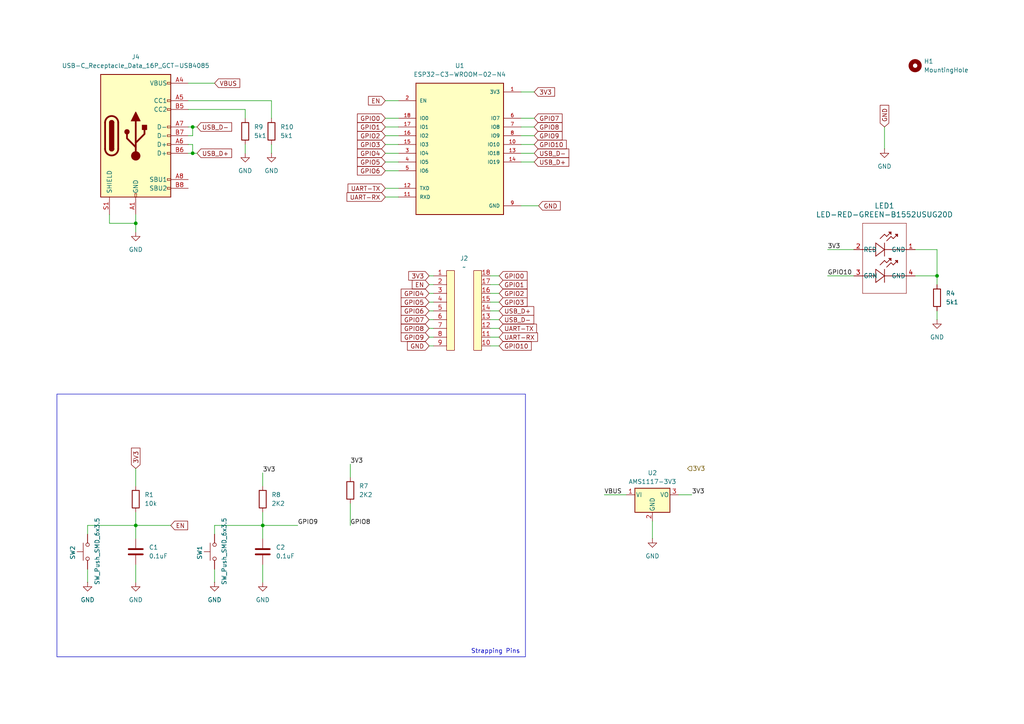
<source format=kicad_sch>
(kicad_sch (version 20250114) (generator "eeschema") (generator_version "9.0")
  (paper "A4")
  (lib_symbols
    (symbol "Alexander Symbol Library:ESP32-C3-WROOM-02-N4" (pin_names (offset 1.016))
      (property "Reference" "U" (at -12.7 21.082 0))
      (property "Value" "ESP32-C3-WROOM-02-N4" (at -13.208 -19.05 0))
      (symbol "ESP32-C3-WROOM-02-N4_0_0"
        (rectangle (start -12.7 20.32) (end 12.7 -17.78) (stroke (width 0.254)) (fill (type background)))
        (pin input line (at -17.78 15.24 0) (length 5.08) (name "EN") (number "2"))
        (pin bidirectional line (at -17.78 10.16 0) (length 5.08) (name "IO0") (number "18"))
        (pin bidirectional line (at -17.78 7.62 0) (length 5.08) (name "IO1") (number "17"))
        (pin bidirectional line (at -17.78 5.08 0) (length 5.08) (name "IO2") (number "16"))
        (pin bidirectional line (at -17.78 2.54 0) (length 5.08) (name "IO3") (number "15"))
        (pin bidirectional line (at -17.78 0 0) (length 5.08) (name "IO4") (number "3"))
        (pin bidirectional line (at -17.78 -2.54 0) (length 5.08) (name "IO5") (number "4"))
        (pin bidirectional line (at -17.78 -5.08 0) (length 5.08) (name "IO6") (number "5"))
        (pin bidirectional line (at -17.78 -10.16 0) (length 5.08) (name "TXD") (number "12"))
        (pin bidirectional line (at -17.78 -12.7 0) (length 5.08) (name "RXD") (number "11"))
        (pin power_in line (at 17.78 17.78 180) (length 5.08) (name "3V3") (number "1"))
        (pin bidirectional line (at 17.78 10.16 180) (length 5.08) (name "IO7") (number "6"))
        (pin bidirectional line (at 17.78 7.62 180) (length 5.08) (name "IO8") (number "7"))
        (pin bidirectional line (at 17.78 5.08 180) (length 5.08) (name "IO9") (number "8"))
        (pin bidirectional line (at 17.78 2.54 180) (length 5.08) (name "IO10") (number "10"))
        (pin bidirectional line (at 17.78 0 180) (length 5.08) (name "IO18") (number "13"))
        (pin bidirectional line (at 17.78 -2.54 180) (length 5.08) (name "IO19") (number "14"))
        (pin power_in line (at 17.78 -15.24 180) (length 5.08) (hide yes) (name "GND__1") (number "19"))
        (pin power_in line (at 17.78 -15.24 180) (length 5.08) (hide yes) (name "GND__2") (number "20"))
        (pin power_in line (at 17.78 -15.24 180) (length 5.08) (hide yes) (name "GND__3") (number "21"))
        (pin power_in line (at 17.78 -15.24 180) (length 5.08) (hide yes) (name "GND__4") (number "22"))
        (pin power_in line (at 17.78 -15.24 180) (length 5.08) (hide yes) (name "GND__5") (number "23"))
        (pin power_in line (at 17.78 -15.24 180) (length 5.08) (hide yes) (name "GND__6") (number "24"))
        (pin power_in line (at 17.78 -15.24 180) (length 5.08) (hide yes) (name "GND__7") (number "25"))
        (pin power_in line (at 17.78 -15.24 180) (length 5.08) (hide yes) (name "GND__8") (number "26"))
        (pin power_in line (at 17.78 -15.24 180) (length 5.08) (hide yes) (name "GND__9") (number "27"))
        (pin power_in line (at 17.78 -15.24 180) (length 5.08) (hide yes) (name "GND__10") (number "28"))
        (pin power_in line (at 17.78 -15.24 180) (length 5.08) (hide yes) (name "GND__11") (number "29"))
        (pin power_in line (at 17.78 -15.24 180) (length 5.08) (hide yes) (name "GND__12") (number "30"))
        (pin power_in line (at 17.78 -15.24 180) (length 5.08) (hide yes) (name "GND__13") (number "31"))
        (pin power_in line (at 17.78 -15.24 180) (length 5.08) (hide yes) (name "GND__14") (number "32"))
        (pin power_in line (at 17.78 -15.24 180) (length 5.08) (hide yes) (name "GND__15") (number "33"))
        (pin power_in line (at 17.78 -15.24 180) (length 5.08) (hide yes) (name "GND__16") (number "34"))
        (pin power_in line (at 17.78 -15.24 180) (length 5.08) (hide yes) (name "GND__17") (number "35"))
        (pin power_in line (at 17.78 -15.24 180) (length 5.08) (hide yes) (name "GND__18") (number "36"))
        (pin power_in line (at 17.78 -15.24 180) (length 5.08) (hide yes) (name "GND__19") (number "37"))
        (pin power_in line (at 17.78 -15.24 180) (length 5.08) (hide yes) (name "GND__20") (number "38"))
        (pin power_in line (at 17.78 -15.24 180) (length 5.08) (hide yes) (name "GND__21") (number "39"))
        (pin power_in line (at 17.78 -15.24 180) (length 5.08) (name "GND") (number "9"))
      )
    )
    (symbol "Alexander Symbol Library:USB-C_Receptacle_Data_16P_GCT-USB4085" (pin_names (offset 1.016))
      (property "Reference" "J" (at 0 22.225 0))
      (property "Value" "USB-C_Receptacle_Data_16P_GCT-USB4085" (at 0 19.685 0))
      (symbol "USB-C_Receptacle_Data_16P_GCT-USB4085_0_0"
        (rectangle (start -0.254 -17.78) (end 0.254 -16.764))
        (rectangle (start 10.16 15.494) (end 9.144 14.986))
        (rectangle (start 10.16 10.414) (end 9.144 9.906))
        (rectangle (start 10.16 7.874) (end 9.144 7.366))
        (rectangle (start 10.16 2.794) (end 9.144 2.286))
        (rectangle (start 10.16 0.254) (end 9.144 -0.254))
        (rectangle (start 10.16 -2.286) (end 9.144 -2.794))
        (rectangle (start 10.16 -4.826) (end 9.144 -5.334))
        (rectangle (start 10.16 -12.446) (end 9.144 -12.954))
        (rectangle (start 10.16 -14.986) (end 9.144 -15.494))
      )
      (symbol "USB-C_Receptacle_Data_16P_GCT-USB4085_0_1"
        (rectangle (start -10.16 17.78) (end 10.16 -17.78) (stroke (width 0.254)) (fill (type background)))
        (polyline (pts (xy -8.89 -3.81) (xy -8.89 3.81)) (stroke (width 0.508)))
        (rectangle (start -7.62 -3.81) (end -6.35 3.81) (stroke (width 0.254)) (fill (type outline)))
        (arc (start -7.62 3.81) (mid -6.985 4.4423) (end -6.35 3.81) (stroke (width 0.254)))
        (arc (start -7.62 3.81) (mid -6.985 4.4423) (end -6.35 3.81) (stroke (width 0.254)) (fill (type outline)))
        (arc (start -8.89 3.81) (mid -6.985 5.7067) (end -5.08 3.81) (stroke (width 0.508)))
        (arc (start -5.08 -3.81) (mid -6.985 -5.7067) (end -8.89 -3.81) (stroke (width 0.508)))
        (arc (start -6.35 -3.81) (mid -6.985 -4.4423) (end -7.62 -3.81) (stroke (width 0.254)))
        (arc (start -6.35 -3.81) (mid -6.985 -4.4423) (end -7.62 -3.81) (stroke (width 0.254)) (fill (type outline)))
        (polyline (pts (xy -5.08 3.81) (xy -5.08 -3.81)) (stroke (width 0.508)))
        (circle (center -2.54 1.143) (radius 0.635) (stroke (width 0.254)) (fill (type outline)))
        (polyline (pts (xy -1.27 4.318) (xy 0 6.858) (xy 1.27 4.318) (xy -1.27 4.318)) (stroke (width 0.254)) (fill (type outline)))
        (polyline (pts (xy 0 -2.032) (xy 2.54 0.508) (xy 2.54 1.778)) (stroke (width 0.508)))
        (polyline (pts (xy 0 -3.302) (xy -2.54 -0.762) (xy -2.54 0.508)) (stroke (width 0.508)))
        (polyline (pts (xy 0 -5.842) (xy 0 4.318)) (stroke (width 0.508)))
        (circle (center 0 -5.842) (radius 1.27) (fill (type outline)))
        (rectangle (start 1.905 1.778) (end 3.175 3.048) (stroke (width 0.254)) (fill (type outline)))
      )
      (symbol "USB-C_Receptacle_Data_16P_GCT-USB4085_1_1"
        (pin power_in line (at -7.62 -22.86 90) (length 5.08) (name "SHIELD") (number "S1"))
        (pin power_in line (at -7.62 -22.86 90) (length 5.08) (hide yes) (name "SHIELD") (number "S2"))
        (pin power_in line (at -7.62 -22.86 90) (length 5.08) (hide yes) (name "SHIELD") (number "S3"))
        (pin power_in line (at -7.62 -22.86 90) (length 5.08) (hide yes) (name "SHIELD") (number "S4"))
        (pin power_in line (at 0 -22.86 90) (length 5.08) (name "GND") (number "A1"))
        (pin power_in line (at 0 -22.86 90) (length 5.08) (hide yes) (name "GND") (number "A12"))
        (pin power_in line (at 0 -22.86 90) (length 5.08) (hide yes) (name "GND") (number "B1"))
        (pin power_in line (at 0 -22.86 90) (length 5.08) (hide yes) (name "GND") (number "B12"))
        (pin power_out line (at 15.24 15.24 180) (length 5.08) (name "VBUS") (number "A4"))
        (pin power_out line (at 15.24 15.24 180) (length 5.08) (hide yes) (name "VBUS") (number "A9"))
        (pin power_out line (at 15.24 15.24 180) (length 5.08) (hide yes) (name "VBUS") (number "B4"))
        (pin passive line (at 15.24 15.24 180) (length 5.08) (hide yes) (name "VBUS") (number "B9"))
        (pin bidirectional line (at 15.24 10.16 180) (length 5.08) (name "CC1") (number "A5"))
        (pin bidirectional line (at 15.24 7.62 180) (length 5.08) (name "CC2") (number "B5"))
        (pin bidirectional line (at 15.24 2.54 180) (length 5.08) (name "D-") (number "A7"))
        (pin bidirectional line (at 15.24 0 180) (length 5.08) (name "D-") (number "B7"))
        (pin bidirectional line (at 15.24 -2.54 180) (length 5.08) (name "D+") (number "A6"))
        (pin bidirectional line (at 15.24 -5.08 180) (length 5.08) (name "D+") (number "B6"))
        (pin bidirectional line (at 15.24 -12.7 180) (length 5.08) (name "SBU1") (number "A8"))
        (pin bidirectional line (at 15.24 -15.24 180) (length 5.08) (name "SBU2") (number "B8"))
      )
    )
    (symbol "Alexander_Library_Symbols:Conn_ESP32-C3-02x09"
      (property "Reference" "J" (at 0 0 0))
      (symbol "Conn_ESP32-C3-02x09_0_1"
        (rectangle (start -5.08 -2.286) (end -2.794 -25.4) (fill (type background)))
        (rectangle (start 2.794 -2.286) (end 5.08 -25.4) (fill (type background)))
      )
      (symbol "Conn_ESP32-C3-02x09_1_0"
        (pin bidirectional line (at 7.62 -3.81 180) (length 2.54) (name "") (number "18"))
        (pin bidirectional line (at 7.62 -6.35 180) (length 2.54) (name "") (number "17"))
        (pin bidirectional line (at 7.62 -8.89 180) (length 2.54) (name "") (number "16"))
        (pin bidirectional line (at 7.62 -11.43 180) (length 2.54) (name "") (number "15"))
        (pin bidirectional line (at 7.62 -13.97 180) (length 2.54) (name "") (number "14"))
        (pin bidirectional line (at 7.62 -16.51 180) (length 2.54) (name "") (number "13"))
        (pin bidirectional line (at 7.62 -19.05 180) (length 2.54) (name "") (number "12"))
        (pin bidirectional line (at 7.62 -21.59 180) (length 2.54) (name "") (number "11"))
        (pin bidirectional line (at 7.62 -24.13 180) (length 2.54) (name "") (number "10"))
      )
      (symbol "Conn_ESP32-C3-02x09_1_1"
        (pin bidirectional line (at -8.89 -3.81 0) (length 3.81) (name "") (number "1"))
        (pin bidirectional line (at -8.89 -6.35 0) (length 3.81) (name "") (number "2"))
        (pin bidirectional line (at -8.89 -8.89 0) (length 3.81) (name "") (number "3"))
        (pin bidirectional line (at -8.89 -11.43 0) (length 3.81) (name "") (number "4"))
        (pin bidirectional line (at -8.89 -13.97 0) (length 3.81) (name "") (number "5"))
        (pin bidirectional line (at -8.89 -16.51 0) (length 3.81) (name "") (number "6"))
        (pin bidirectional line (at -8.89 -19.05 0) (length 3.81) (name "") (number "7"))
        (pin bidirectional line (at -8.89 -21.59 0) (length 3.81) (name "") (number "8"))
        (pin bidirectional line (at -8.89 -24.13 0) (length 3.81) (name "") (number "9"))
      )
    )
    (symbol "Alexander_Library_Symbols:LED-RED-GREEN-B1552USUG20D" (pin_names (offset 0.254))
      (property "Reference" "LED" (at 8.89 20.955 0))
      (property "Value" "LED-RED-GREEN-B1552USUG20D" (at 8.89 17.78 0))
      (symbol "LED-RED-GREEN-B1552USUG20D_0_1"
        (polyline (pts (xy 2.54 7.62) (xy 2.54 -12.7)) (stroke (width 0.127)))
        (polyline (pts (xy 2.54 0) (xy 6.0198 0)) (stroke (width 0.2032)))
        (polyline (pts (xy 2.54 -7.62) (xy 6.0198 -7.62)) (stroke (width 0.2032)))
        (polyline (pts (xy 2.54 -12.7) (xy 15.24 -12.7)) (stroke (width 0.127)))
        (polyline (pts (xy 5.715 0) (xy 6.35 0)) (stroke (width 0.2032)))
        (polyline (pts (xy 5.715 -7.62) (xy 6.35 -7.62)) (stroke (width 0.2032)))
        (polyline (pts (xy 6.35 1.905) (xy 6.35 -1.905)) (stroke (width 0.2032)))
        (polyline (pts (xy 6.35 -1.905) (xy 8.89 0)) (stroke (width 0.2032)))
        (polyline (pts (xy 6.35 -5.715) (xy 6.35 -9.525)) (stroke (width 0.2032)))
        (polyline (pts (xy 6.35 -9.525) (xy 8.89 -7.62)) (stroke (width 0.2032)))
        (polyline (pts (xy 7.62 3.175) (xy 8.89 4.445)) (stroke (width 0.2032)))
        (polyline (pts (xy 7.62 -4.445) (xy 8.89 -3.175)) (stroke (width 0.2032)))
        (polyline (pts (xy 8.89 4.445) (xy 9.525 3.81)) (stroke (width 0.2032)))
        (polyline (pts (xy 8.89 0) (xy 6.35 1.905)) (stroke (width 0.2032)))
        (polyline (pts (xy 8.89 0) (xy 15.24 0)) (stroke (width 0.2032)))
        (polyline (pts (xy 8.89 -1.905) (xy 8.89 1.905)) (stroke (width 0.2032)))
        (polyline (pts (xy 8.89 -3.175) (xy 9.525 -3.81)) (stroke (width 0.2032)))
        (polyline (pts (xy 8.89 -7.62) (xy 6.35 -5.715)) (stroke (width 0.2032)))
        (polyline (pts (xy 8.89 -7.62) (xy 15.24 -7.62)) (stroke (width 0.2032)))
        (polyline (pts (xy 8.89 -9.525) (xy 8.89 -5.715)) (stroke (width 0.2032)))
        (polyline (pts (xy 9.525 3.81) (xy 10.795 5.08)) (stroke (width 0.2032)))
        (polyline (pts (xy 9.525 2.54) (xy 10.795 3.81)) (stroke (width 0.2032)))
        (polyline (pts (xy 9.525 -3.81) (xy 10.795 -2.54)) (stroke (width 0.2032)))
        (polyline (pts (xy 9.525 -5.08) (xy 10.795 -3.81)) (stroke (width 0.2032)))
        (polyline (pts (xy 10.16 5.08) (xy 10.795 4.445)) (stroke (width 0.2032)))
        (polyline (pts (xy 10.16 -2.54) (xy 10.795 -3.175)) (stroke (width 0.2032)))
        (polyline (pts (xy 10.795 5.08) (xy 10.16 5.08)) (stroke (width 0.2032)))
        (polyline (pts (xy 10.795 4.445) (xy 10.795 5.08)) (stroke (width 0.2032)))
        (polyline (pts (xy 10.795 3.81) (xy 11.43 3.175)) (stroke (width 0.2032)))
        (polyline (pts (xy 10.795 -2.54) (xy 10.16 -2.54)) (stroke (width 0.2032)))
        (polyline (pts (xy 10.795 -3.175) (xy 10.795 -2.54)) (stroke (width 0.2032)))
        (polyline (pts (xy 10.795 -3.81) (xy 11.43 -4.445)) (stroke (width 0.2032)))
        (polyline (pts (xy 11.43 3.175) (xy 12.7 4.445)) (stroke (width 0.2032)))
        (polyline (pts (xy 11.43 -4.445) (xy 12.7 -3.175)) (stroke (width 0.2032)))
        (polyline (pts (xy 12.065 4.445) (xy 12.7 3.81)) (stroke (width 0.2032)))
        (polyline (pts (xy 12.065 -3.175) (xy 12.7 -3.81)) (stroke (width 0.2032)))
        (polyline (pts (xy 12.7 4.445) (xy 12.065 4.445)) (stroke (width 0.2032)))
        (polyline (pts (xy 12.7 3.81) (xy 12.7 4.445)) (stroke (width 0.2032)))
        (polyline (pts (xy 12.7 -3.175) (xy 12.065 -3.175)) (stroke (width 0.2032)))
        (polyline (pts (xy 12.7 -3.81) (xy 12.7 -3.175)) (stroke (width 0.2032)))
        (polyline (pts (xy 15.24 7.62) (xy 2.54 7.62)) (stroke (width 0.127)))
        (polyline (pts (xy 15.24 -12.7) (xy 15.24 7.62)) (stroke (width 0.127)))
        (pin power_out line (at 0 0 0) (length 2.54) (name "RED") (number "2"))
        (pin power_in line (at 0 -7.62 0) (length 2.54) (name "GRN") (number "3"))
        (pin power_in line (at 17.78 0 180) (length 2.54) (name "GND") (number "1"))
        (pin power_out line (at 17.78 -7.62 180) (length 2.54) (name "GND") (number "4"))
      )
    )
    (symbol "Alexander_Library_Symbols:SW_Push_SMD_6x3.5" (pin_numbers (hide yes)) (pin_names (offset 1.016) (hide yes))
      (property "Reference" "SW" (at 1.27 2.54 0))
      (property "Value" "SW_Push_SMD_6x3.5" (at 0 -1.524 0))
      (symbol "SW_Push_SMD_6x3.5_0_1"
        (circle (center -2.032 0) (radius 0.508))
        (polyline (pts (xy 0 1.27) (xy 0 3.048)))
        (circle (center 2.032 0) (radius 0.508))
        (polyline (pts (xy 2.54 1.27) (xy -2.54 1.27)))
        (pin passive line (at -5.08 0 0) (length 2.54) (name "1") (number "1"))
        (pin passive line (at 5.08 0 180) (length 2.54) (name "2") (number "2"))
      )
    )
    (symbol "Device:C" (pin_numbers (hide yes)) (pin_names (offset 0.254))
      (property "Reference" "C" (at 0.635 2.54 0))
      (property "Value" "C" (at 0.635 -2.54 0))
      (symbol "C_0_1"
        (polyline (pts (xy -2.032 0.762) (xy 2.032 0.762)) (stroke (width 0.508)))
        (polyline (pts (xy -2.032 -0.762) (xy 2.032 -0.762)) (stroke (width 0.508)))
      )
      (symbol "C_1_1"
        (pin passive line (at 0 3.81 270) (length 2.794) (name "~") (number "1"))
        (pin passive line (at 0 -3.81 90) (length 2.794) (name "~") (number "2"))
      )
    )
    (symbol "Device:R" (pin_numbers (hide yes)) (pin_names (offset 0))
      (property "Reference" "R" (at 2.032 0 90))
      (property "Value" "R" (at 0 0 90))
      (symbol "R_0_1"
        (rectangle (start -1.016 -2.54) (end 1.016 2.54) (stroke (width 0.254)))
      )
      (symbol "R_1_1"
        (pin passive line (at 0 3.81 270) (length 1.27) (name "~") (number "1"))
        (pin passive line (at 0 -3.81 90) (length 1.27) (name "~") (number "2"))
      )
    )
    (symbol "Mechanical:MountingHole" (pin_names (offset 1.016))
      (property "Reference" "H" (at 0 5.08 0))
      (property "Value" "MountingHole" (at 0 3.175 0))
      (symbol "MountingHole_0_1"
        (circle (center 0 0) (radius 1.27) (stroke (width 1.27)))
      )
    )
    (symbol "Regulator_Linear:LM78M05_TO220" (pin_names (offset 0.254))
      (property "Reference" "U" (at -3.81 3.175 0))
      (property "Value" "LM78M05_TO220" (at 0 3.175 0))
      (symbol "LM78M05_TO220_0_1"
        (rectangle (start -5.08 1.905) (end 5.08 -5.08) (stroke (width 0.254)) (fill (type background)))
      )
      (symbol "LM78M05_TO220_1_1"
        (pin power_in line (at -7.62 0 0) (length 2.54) (name "VI") (number "1"))
        (pin power_in line (at 0 -7.62 90) (length 2.54) (name "GND") (number "2"))
        (pin power_out line (at 7.62 0 180) (length 2.54) (name "VO") (number "3"))
      )
    )
    (symbol "power:GND" (power) (pin_numbers (hide yes)) (pin_names (offset 0) (hide yes))
      (property "Value" "GND" (at 0 -3.81 0))
      (symbol "GND_0_1"
        (polyline (pts (xy 0 0) (xy 0 -1.27) (xy 1.27 -1.27) (xy 0 -2.54) (xy -1.27 -1.27) (xy 0 -1.27)))
      )
      (symbol "GND_1_1"
        (pin power_in line (at 0 0 270) (length 0) (name "~") (number "1"))
      )
    )
  )
  (rectangle (start 16.51 114.3) (end 152.4 190.5))
  (text "Strapping Pins" (at 150.876 188.976 0) (effects (font (size 1.27 1.27)) (justify right)))
  (junction (at 271.78 80.01))
  (junction (at 55.88 36.83))
  (junction (at 39.37 64.77))
  (junction (at 76.2 152.4))
  (junction (at 39.37 152.4))
  (junction (at 55.88 44.45))
  (wire (pts (xy 54.61 31.75) (xy 71.12 31.75)))
  (wire (pts (xy 142.24 97.79) (xy 144.78 97.79)))
  (wire (pts (xy 124.46 80.01) (xy 125.73 80.01)))
  (wire (pts (xy 124.46 90.17) (xy 125.73 90.17)))
  (wire (pts (xy 189.23 151.13) (xy 189.23 156.21)))
  (wire (pts (xy 265.43 72.39) (xy 271.78 72.39)))
  (wire (pts (xy 25.4 154.94) (xy 25.4 152.4)))
  (wire (pts (xy 76.2 137.16) (xy 76.2 140.97)))
  (wire (pts (xy 62.23 165.1) (xy 62.23 168.91)))
  (wire (pts (xy 142.24 90.17) (xy 144.78 90.17)))
  (wire (pts (xy 31.75 62.23) (xy 31.75 64.77)))
  (wire (pts (xy 124.46 82.55) (xy 125.73 82.55)))
  (wire (pts (xy 54.61 41.91) (xy 55.88 41.91)))
  (wire (pts (xy 151.13 41.91) (xy 154.94 41.91)))
  (wire (pts (xy 111.76 44.45) (xy 115.57 44.45)))
  (wire (pts (xy 142.24 80.01) (xy 144.78 80.01)))
  (wire (pts (xy 111.76 36.83) (xy 115.57 36.83)))
  (wire (pts (xy 271.78 72.39) (xy 271.78 80.01)))
  (wire (pts (xy 111.76 49.53) (xy 115.57 49.53)))
  (wire (pts (xy 256.54 36.83) (xy 256.54 43.18)))
  (wire (pts (xy 55.88 44.45) (xy 57.15 44.45)))
  (wire (pts (xy 271.78 90.17) (xy 271.78 92.71)))
  (wire (pts (xy 142.24 85.09) (xy 144.78 85.09)))
  (wire (pts (xy 175.26 143.51) (xy 181.61 143.51)))
  (wire (pts (xy 76.2 148.59) (xy 76.2 152.4)))
  (wire (pts (xy 101.6 134.62) (xy 101.6 138.43)))
  (wire (pts (xy 111.76 34.29) (xy 115.57 34.29)))
  (wire (pts (xy 124.46 100.33) (xy 125.73 100.33)))
  (wire (pts (xy 39.37 152.4) (xy 39.37 148.59)))
  (wire (pts (xy 111.76 46.99) (xy 115.57 46.99)))
  (wire (pts (xy 54.61 24.13) (xy 62.23 24.13)))
  (wire (pts (xy 78.74 29.21) (xy 78.74 34.29)))
  (wire (pts (xy 111.76 54.61) (xy 115.57 54.61)))
  (wire (pts (xy 55.88 39.37) (xy 55.88 36.83)))
  (wire (pts (xy 54.61 39.37) (xy 55.88 39.37)))
  (wire (pts (xy 240.03 80.01) (xy 247.65 80.01)))
  (wire (pts (xy 39.37 135.89) (xy 39.37 140.97)))
  (wire (pts (xy 151.13 46.99) (xy 154.94 46.99)))
  (wire (pts (xy 39.37 152.4) (xy 49.53 152.4)))
  (wire (pts (xy 271.78 80.01) (xy 271.78 82.55)))
  (wire (pts (xy 151.13 26.67) (xy 154.94 26.67)))
  (wire (pts (xy 78.74 41.91) (xy 78.74 44.45)))
  (wire (pts (xy 151.13 34.29) (xy 154.94 34.29)))
  (wire (pts (xy 62.23 152.4) (xy 76.2 152.4)))
  (wire (pts (xy 151.13 59.69) (xy 156.21 59.69)))
  (wire (pts (xy 25.4 152.4) (xy 39.37 152.4)))
  (wire (pts (xy 54.61 29.21) (xy 78.74 29.21)))
  (wire (pts (xy 55.88 41.91) (xy 55.88 44.45)))
  (wire (pts (xy 124.46 85.09) (xy 125.73 85.09)))
  (wire (pts (xy 76.2 152.4) (xy 76.2 156.21)))
  (wire (pts (xy 142.24 87.63) (xy 144.78 87.63)))
  (wire (pts (xy 124.46 95.25) (xy 125.73 95.25)))
  (wire (pts (xy 151.13 36.83) (xy 154.94 36.83)))
  (wire (pts (xy 151.13 39.37) (xy 154.94 39.37)))
  (wire (pts (xy 25.4 165.1) (xy 25.4 168.91)))
  (wire (pts (xy 31.75 64.77) (xy 39.37 64.77)))
  (wire (pts (xy 54.61 44.45) (xy 55.88 44.45)))
  (wire (pts (xy 62.23 154.94) (xy 62.23 152.4)))
  (wire (pts (xy 124.46 97.79) (xy 125.73 97.79)))
  (wire (pts (xy 111.76 39.37) (xy 115.57 39.37)))
  (wire (pts (xy 111.76 41.91) (xy 115.57 41.91)))
  (wire (pts (xy 142.24 100.33) (xy 144.78 100.33)))
  (wire (pts (xy 39.37 62.23) (xy 39.37 64.77)))
  (wire (pts (xy 54.61 36.83) (xy 55.88 36.83)))
  (wire (pts (xy 76.2 152.4) (xy 86.36 152.4)))
  (wire (pts (xy 196.85 143.51) (xy 200.66 143.51)))
  (wire (pts (xy 124.46 87.63) (xy 125.73 87.63)))
  (wire (pts (xy 124.46 92.71) (xy 125.73 92.71)))
  (wire (pts (xy 142.24 92.71) (xy 144.78 92.71)))
  (wire (pts (xy 142.24 95.25) (xy 144.78 95.25)))
  (wire (pts (xy 151.13 44.45) (xy 154.94 44.45)))
  (wire (pts (xy 240.03 72.39) (xy 247.65 72.39)))
  (wire (pts (xy 39.37 163.83) (xy 39.37 168.91)))
  (wire (pts (xy 265.43 80.01) (xy 271.78 80.01)))
  (wire (pts (xy 39.37 152.4) (xy 39.37 156.21)))
  (wire (pts (xy 111.76 57.15) (xy 115.57 57.15)))
  (wire (pts (xy 55.88 36.83) (xy 57.15 36.83)))
  (wire (pts (xy 142.24 82.55) (xy 144.78 82.55)))
  (wire (pts (xy 39.37 64.77) (xy 39.37 67.31)))
  (wire (pts (xy 101.6 146.05) (xy 101.6 152.4)))
  (wire (pts (xy 111.76 29.21) (xy 115.57 29.21)))
  (wire (pts (xy 71.12 41.91) (xy 71.12 44.45)))
  (wire (pts (xy 76.2 163.83) (xy 76.2 168.91)))
  (wire (pts (xy 71.12 31.75) (xy 71.12 34.29)))
  (label "3V3" (at 101.6 134.62 0))
  (label "3V3" (at 240.03 72.39 0))
  (label "GPIO10" (at 240.03 80.01 0))
  (label "3V3" (at 76.2 137.16 0))
  (label "VBUS" (at 175.26 143.51 0))
  (label "GPIO8" (at 101.6 152.4 0))
  (label "GPIO9" (at 86.36 152.4 0))
  (label "3V3" (at 200.66 143.51 0))
  (global_label "USB_D-" (shape input) (at 144.78 92.71 0) (property "Intersheetrefs" "${INTERSHEET_REFS}" (effects (hide yes))))
  (global_label "GPIO0" (shape input) (at 144.78 80.01 0) (property "Intersheetrefs" "${INTERSHEET_REFS}" (effects (hide yes))))
  (global_label "GPIO8" (shape input) (at 124.46 95.25 180) (property "Intersheetrefs" "${INTERSHEET_REFS}" (effects (hide yes))))
  (global_label "GPIO6" (shape input) (at 124.46 90.17 180) (property "Intersheetrefs" "${INTERSHEET_REFS}" (effects (hide yes))))
  (global_label "GPIO9" (shape input) (at 154.94 39.37 0) (property "Intersheetrefs" "${INTERSHEET_REFS}" (effects (hide yes))))
  (global_label "GPIO2" (shape input) (at 111.76 39.37 180) (property "Intersheetrefs" "${INTERSHEET_REFS}" (effects (hide yes))))
  (global_label "EN" (shape input) (at 111.76 29.21 180) (property "Intersheetrefs" "${INTERSHEET_REFS}" (effects (hide yes))))
  (global_label "GPIO0" (shape input) (at 111.76 34.29 180) (property "Intersheetrefs" "${INTERSHEET_REFS}" (effects (hide yes))))
  (global_label "3V3" (shape input) (at 124.46 80.01 180) (property "Intersheetrefs" "${INTERSHEET_REFS}" (effects (hide yes))))
  (global_label "3V3" (shape input) (at 39.37 135.89 90) (property "Intersheetrefs" "${INTERSHEET_REFS}" (effects (hide yes))))
  (global_label "GND" (shape input) (at 156.21 59.69 0) (property "Intersheetrefs" "${INTERSHEET_REFS}" (effects (hide yes))))
  (global_label "USB_D-" (shape input) (at 57.15 36.83 0) (property "Intersheetrefs" "${INTERSHEET_REFS}" (effects (hide yes))))
  (global_label "EN" (shape input) (at 124.46 82.55 180) (property "Intersheetrefs" "${INTERSHEET_REFS}" (effects (hide yes))))
  (global_label "USB_D+" (shape input) (at 144.78 90.17 0) (property "Intersheetrefs" "${INTERSHEET_REFS}" (effects (hide yes))))
  (global_label "GPIO8" (shape input) (at 154.94 36.83 0) (property "Intersheetrefs" "${INTERSHEET_REFS}" (effects (hide yes))))
  (global_label "GPIO10" (shape input) (at 154.94 41.91 0) (property "Intersheetrefs" "${INTERSHEET_REFS}" (effects (hide yes))))
  (global_label "GPIO9" (shape input) (at 124.46 97.79 180) (property "Intersheetrefs" "${INTERSHEET_REFS}" (effects (hide yes))))
  (global_label "GPIO1" (shape input) (at 111.76 36.83 180) (property "Intersheetrefs" "${INTERSHEET_REFS}" (effects (hide yes))))
  (global_label "GPIO7" (shape input) (at 124.46 92.71 180) (property "Intersheetrefs" "${INTERSHEET_REFS}" (effects (hide yes))))
  (global_label "GPIO4" (shape input) (at 111.76 44.45 180) (property "Intersheetrefs" "${INTERSHEET_REFS}" (effects (hide yes))))
  (global_label "GPIO3" (shape input) (at 111.76 41.91 180) (property "Intersheetrefs" "${INTERSHEET_REFS}" (effects (hide yes))))
  (global_label "GPIO10" (shape input) (at 144.78 100.33 0) (property "Intersheetrefs" "${INTERSHEET_REFS}" (effects (hide yes))))
  (global_label "EN" (shape input) (at 49.53 152.4 0) (property "Intersheetrefs" "${INTERSHEET_REFS}" (effects (hide yes))))
  (global_label "USB_D+" (shape input) (at 57.15 44.45 0) (property "Intersheetrefs" "${INTERSHEET_REFS}" (effects (hide yes))))
  (global_label "USB_D+" (shape input) (at 154.94 46.99 0) (property "Intersheetrefs" "${INTERSHEET_REFS}" (effects (hide yes))))
  (global_label "GPIO5" (shape input) (at 124.46 87.63 180) (property "Intersheetrefs" "${INTERSHEET_REFS}" (effects (hide yes))))
  (global_label "UART-RX" (shape input) (at 111.76 57.15 180) (property "Intersheetrefs" "${INTERSHEET_REFS}" (effects (hide yes))))
  (global_label "UART-TX" (shape input) (at 111.76 54.61 180) (property "Intersheetrefs" "${INTERSHEET_REFS}" (effects (hide yes))))
  (global_label "UART-RX" (shape input) (at 144.78 97.79 0) (property "Intersheetrefs" "${INTERSHEET_REFS}" (effects (hide yes))))
  (global_label "GPIO5" (shape input) (at 111.76 46.99 180) (property "Intersheetrefs" "${INTERSHEET_REFS}" (effects (hide yes))))
  (global_label "USB_D-" (shape input) (at 154.94 44.45 0) (property "Intersheetrefs" "${INTERSHEET_REFS}" (effects (hide yes))))
  (global_label "VBUS" (shape input) (at 62.23 24.13 0) (property "Intersheetrefs" "${INTERSHEET_REFS}" (effects (hide yes))))
  (global_label "GND" (shape input) (at 256.54 36.83 90) (property "Intersheetrefs" "${INTERSHEET_REFS}" (effects (hide yes))))
  (global_label "GPIO1" (shape input) (at 144.78 82.55 0) (property "Intersheetrefs" "${INTERSHEET_REFS}" (effects (hide yes))))
  (global_label "GPIO6" (shape input) (at 111.76 49.53 180) (property "Intersheetrefs" "${INTERSHEET_REFS}" (effects (hide yes))))
  (global_label "GPIO3" (shape input) (at 144.78 87.63 0) (property "Intersheetrefs" "${INTERSHEET_REFS}" (effects (hide yes))))
  (global_label "GPIO4" (shape input) (at 124.46 85.09 180) (property "Intersheetrefs" "${INTERSHEET_REFS}" (effects (hide yes))))
  (global_label "GND" (shape input) (at 124.46 100.33 180) (property "Intersheetrefs" "${INTERSHEET_REFS}" (effects (hide yes))))
  (global_label "GPIO2" (shape input) (at 144.78 85.09 0) (property "Intersheetrefs" "${INTERSHEET_REFS}" (effects (hide yes))))
  (global_label "GPIO7" (shape input) (at 154.94 34.29 0) (property "Intersheetrefs" "${INTERSHEET_REFS}" (effects (hide yes))))
  (global_label "3V3" (shape input) (at 154.94 26.67 0) (property "Intersheetrefs" "${INTERSHEET_REFS}" (effects (hide yes))))
  (global_label "UART-TX" (shape input) (at 144.78 95.25 0) (property "Intersheetrefs" "${INTERSHEET_REFS}" (effects (hide yes))))
  (hierarchical_label "3V3" (shape input) (at 199.39 135.89 0))
  (symbol (lib_id "Alexander_Library_Symbols:Conn_ESP32-C3-02x09") (at 134.62 76.2 0) (unit 1)
    (property "Reference" "J2" (at 134.62 74.93 0))
    (property "Value" "~" (at 134.62 77.47 0))
    (property "Footprint" "Alexander Footprint Library:Conn_ESP32-C3-WROOM-02" (effects (hide yes)))
  )
  (symbol (lib_id "Device:C") (at 76.2 160.02 0) (unit 1) (on_board no)
    (property "Reference" "C2" (at 80.01 158.7499 0) (effects (justify left)))
    (property "Value" "0.1uF" (at 80.01 161.2899 0) (effects (justify left)))
    (property "Footprint" "Resistor_SMD:R_0612_1632Metric_Pad1.18x3.40mm_HandSolder" (effects (hide yes)))
    (property "Description" "Unpolarized capacitor" (effects (hide yes)))
  )
  (symbol (lib_id "power:GND") (at 39.37 67.31 0) (unit 1)
    (property "Reference" "#PWR015" (effects (hide yes)))
    (property "Value" "GND" (at 39.37 72.39 0))
    (property "Description" "Power symbol creates a global label with name \"GND\" , ground" (effects (hide yes)))
  )
  (symbol (lib_id "Device:R") (at 39.37 144.78 0) (unit 1)
    (property "Reference" "R1" (at 41.91 143.5099 0) (effects (justify left)))
    (property "Value" "10k" (at 41.91 146.0499 0) (effects (justify left)))
    (property "Footprint" "Resistor_SMD:R_1206_3216Metric_Pad1.30x1.75mm_HandSolder" (effects (hide yes)))
    (property "Description" "Resistor" (effects (hide yes)))
  )
  (symbol (lib_id "power:GND") (at 25.4 168.91 0) (unit 1)
    (property "Reference" "#PWR08" (effects (hide yes)))
    (property "Value" "GND" (at 25.4 173.99 0))
    (property "Description" "Power symbol creates a global label with name \"GND\" , ground" (effects (hide yes)))
  )
  (symbol (lib_id "power:GND") (at 78.74 44.45 0) (unit 1)
    (property "Reference" "#PWR014" (effects (hide yes)))
    (property "Value" "GND" (at 78.74 49.53 0))
    (property "Description" "Power symbol creates a global label with name \"GND\" , ground" (effects (hide yes)))
  )
  (symbol (lib_id "power:GND") (at 76.2 168.91 0) (unit 1)
    (property "Reference" "#PWR012" (effects (hide yes)))
    (property "Value" "GND" (at 76.2 173.99 0))
    (property "Description" "Power symbol creates a global label with name \"GND\" , ground" (effects (hide yes)))
  )
  (symbol (lib_id "Alexander Symbol Library:ESP32-C3-WROOM-02-N4") (at 133.35 44.45 0) (unit 1)
    (property "Reference" "U1" (at 133.35 19.05 0))
    (property "Value" "ESP32-C3-WROOM-02-N4" (at 133.35 21.59 0))
    (property "Footprint" "Alexander Footprint Library:ESP32-C3-WROOM-02-H4" (effects (hide yes)))
    (property "MP" "ESP32-C3-WROOM-02-H4" (effects (hide yes)))
  )
  (symbol (lib_id "power:GND") (at 39.37 168.91 0) (unit 1)
    (property "Reference" "#PWR07" (effects (hide yes)))
    (property "Value" "GND" (at 39.37 173.99 0))
    (property "Description" "Power symbol creates a global label with name \"GND\" , ground" (effects (hide yes)))
  )
  (symbol (lib_id "Device:R") (at 271.78 86.36 180) (unit 1)
    (property "Reference" "R4" (at 274.32 85.0899 0) (effects (justify right)))
    (property "Value" "5k1" (at 274.32 87.6299 0) (effects (justify right)))
    (property "Footprint" "Resistor_SMD:R_1206_3216Metric_Pad1.30x1.75mm_HandSolder" (effects (hide yes)))
    (property "Description" "Resistor" (effects (hide yes)))
  )
  (symbol (lib_id "Alexander Symbol Library:USB-C_Receptacle_Data_16P_GCT-USB4085") (at 39.37 39.37 0) (unit 1)
    (property "Reference" "J4" (at 39.37 16.51 0))
    (property "Value" "USB-C_Receptacle_Data_16P_GCT-USB4085" (at 39.37 19.05 0))
    (property "Footprint" "Alexander Footprint Library:USB-C GCT CONN16_USB4085-GF-A" (effects (hide yes)))
  )
  (symbol (lib_id "Regulator_Linear:LM78M05_TO220") (at 189.23 143.51 0) (unit 1)
    (property "Reference" "U2" (at 189.23 137.16 0))
    (property "Value" "AMS1117-3V3" (at 189.23 139.7 0))
    (property "Footprint" "Package_TO_SOT_SMD:SOT-223-3_TabPin2" (effects (hide yes)))
    (property "Datasheet" "https://www.onsemi.com/pub/Collateral/MC78M00-D.PDF" (effects (hide yes)))
  )
  (symbol (lib_id "Alexander_Library_Symbols:SW_Push_SMD_6x3.5") (at 25.4 160.02 90) (unit 1)
    (property "Reference" "SW2" (at 21.082 158.242 0) (effects (justify right)))
    (property "Value" "SW_Push_SMD_6x3.5" (at 28.194 150.114 0) (effects (justify right)))
    (property "Footprint" "Alexander Footprint Library:SW_PUSH_6x3.5mm" (effects (hide yes)))
  )
  (symbol (lib_id "Device:R") (at 76.2 144.78 0) (unit 1)
    (property "Reference" "R8" (at 78.74 143.5099 0) (effects (justify left)))
    (property "Value" "2K2" (at 78.74 146.0499 0) (effects (justify left)))
    (property "Footprint" "Resistor_SMD:R_1206_3216Metric_Pad1.30x1.75mm_HandSolder" (effects (hide yes)))
    (property "Description" "Resistor" (effects (hide yes)))
  )
  (symbol (lib_id "power:GND") (at 256.54 43.18 0) (unit 1)
    (property "Reference" "#PWR01" (effects (hide yes)))
    (property "Value" "GND" (at 256.54 48.26 0))
    (property "Description" "Power symbol creates a global label with name \"GND\" , ground" (effects (hide yes)))
  )
  (symbol (lib_id "Device:R") (at 78.74 38.1 180) (unit 1)
    (property "Reference" "R10" (at 81.28 36.8299 0) (effects (justify right)))
    (property "Value" "5k1" (at 81.28 39.3699 0) (effects (justify right)))
    (property "Footprint" "Resistor_SMD:R_1206_3216Metric_Pad1.30x1.75mm_HandSolder" (effects (hide yes)))
    (property "Description" "Resistor" (effects (hide yes)))
  )
  (symbol (lib_id "Alexander_Library_Symbols:LED-RED-GREEN-B1552USUG20D") (at 247.65 72.39 0) (unit 1)
    (property "Reference" "LED1" (at 256.54 59.69 0) (effects (font (size 1.524 1.524))))
    (property "Value" "LED-RED-GREEN-B1552USUG20D" (at 256.54 62.23 0) (effects (font (size 1.524 1.524))))
    (property "Footprint" "Alexander Footprint Library:B1552_HVK-M" (effects (hide yes)))
    (property "Datasheet" "B1552USUG20D000113U1930" (effects (hide yes)))
  )
  (symbol (lib_id "power:GND") (at 189.23 156.21 0) (unit 1)
    (property "Reference" "#PWR02" (effects (hide yes)))
    (property "Value" "GND" (at 189.23 161.29 0))
    (property "Description" "Power symbol creates a global label with name \"GND\" , ground" (effects (hide yes)))
  )
  (symbol (lib_id "power:GND") (at 271.78 92.71 0) (unit 1)
    (property "Reference" "#PWR03" (effects (hide yes)))
    (property "Value" "GND" (at 271.78 97.79 0))
    (property "Description" "Power symbol creates a global label with name \"GND\" , ground" (effects (hide yes)))
  )
  (symbol (lib_id "Device:R") (at 71.12 38.1 180) (unit 1)
    (property "Reference" "R9" (at 73.66 36.8299 0) (effects (justify right)))
    (property "Value" "5k1" (at 73.66 39.3699 0) (effects (justify right)))
    (property "Footprint" "Resistor_SMD:R_1206_3216Metric_Pad1.30x1.75mm_HandSolder" (effects (hide yes)))
    (property "Description" "Resistor" (effects (hide yes)))
  )
  (symbol (lib_id "power:GND") (at 71.12 44.45 0) (unit 1)
    (property "Reference" "#PWR013" (effects (hide yes)))
    (property "Value" "GND" (at 71.12 49.53 0))
    (property "Description" "Power symbol creates a global label with name \"GND\" , ground" (effects (hide yes)))
  )
  (symbol (lib_id "Device:R") (at 101.6 142.24 0) (unit 1)
    (property "Reference" "R7" (at 104.14 140.9699 0) (effects (justify left)))
    (property "Value" "2K2" (at 104.14 143.5099 0) (effects (justify left)))
    (property "Footprint" "Resistor_SMD:R_1206_3216Metric_Pad1.30x1.75mm_HandSolder" (effects (hide yes)))
    (property "Description" "Resistor" (effects (hide yes)))
  )
  (symbol (lib_id "Device:C") (at 39.37 160.02 0) (unit 1) (on_board no)
    (property "Reference" "C1" (at 43.18 158.7499 0) (effects (justify left)))
    (property "Value" "0.1uF" (at 43.18 161.2899 0) (effects (justify left)))
    (property "Footprint" "Resistor_SMD:R_0612_1632Metric_Pad1.18x3.40mm_HandSolder" (effects (hide yes)))
    (property "Description" "Unpolarized capacitor" (effects (hide yes)))
  )
  (symbol (lib_id "Alexander_Library_Symbols:SW_Push_SMD_6x3.5") (at 62.23 160.02 90) (unit 1)
    (property "Reference" "SW1" (at 57.912 158.242 0) (effects (justify right)))
    (property "Value" "SW_Push_SMD_6x3.5" (at 65.024 150.114 0) (effects (justify right)))
    (property "Footprint" "Alexander Footprint Library:SW_PUSH_6x3.5mm" (effects (hide yes)))
  )
  (symbol (lib_id "Mechanical:MountingHole") (at 265.43 19.05 0) (unit 1)
    (property "Reference" "H1" (at 267.97 17.7799 0) (effects (justify left)))
    (property "Value" "MountingHole" (at 267.97 20.3199 0) (effects (justify left)))
    (property "Description" "Mounting Hole without connection" (effects (hide yes)))
  )
  (symbol (lib_id "power:GND") (at 62.23 168.91 0) (unit 1)
    (property "Reference" "#PWR011" (effects (hide yes)))
    (property "Value" "GND" (at 62.23 173.99 0))
    (property "Description" "Power symbol creates a global label with name \"GND\" , ground" (effects (hide yes)))
  )
)
</source>
